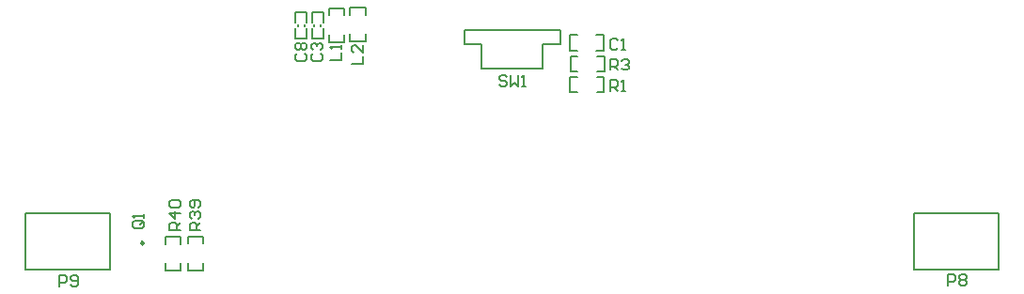
<source format=gto>
G04 Layer_Color=65535*
%FSLAX44Y44*%
%MOMM*%
G71*
G01*
G75*
%ADD17C,0.2000*%
%ADD43C,0.2500*%
%ADD44C,0.1778*%
%ADD45C,0.1524*%
%ADD46C,0.1270*%
D17*
X232588Y206101D02*
Y208101D01*
X238588Y206101D02*
Y208101D01*
X253452Y206283D02*
Y208283D01*
X247452Y206283D02*
Y208283D01*
X14817Y-12700D02*
X63500D01*
X-12700D02*
X63500D01*
X-12700Y38100D02*
X63500D01*
X-12700Y-12700D02*
Y38100D01*
X63500Y-12700D02*
Y38100D01*
X814917Y-12700D02*
X863600D01*
X787400D02*
X863600D01*
X787400Y38100D02*
X863600D01*
X787400Y-12700D02*
Y38100D01*
X863600Y-12700D02*
Y38100D01*
X382604Y202833D02*
X468608D01*
Y190539D02*
Y202833D01*
X382604Y190539D02*
Y202808D01*
X453114Y190539D02*
X468608D01*
X398098Y168474D02*
Y190031D01*
X453114Y168474D02*
Y190031D01*
X382604Y190539D02*
X398098D01*
Y168474D02*
X453114D01*
D43*
X93790Y10910D02*
G03*
X93790Y10910I-1250J0D01*
G01*
D44*
X133643Y10446D02*
Y17046D01*
X147478D01*
Y10446D02*
Y17046D01*
Y-13426D02*
Y-6826D01*
X133643Y-13426D02*
X147478D01*
X133643D02*
Y-6826D01*
X113463Y10012D02*
Y16612D01*
X127297D01*
Y10012D02*
Y16612D01*
Y-13859D02*
Y-7260D01*
X113463Y-13859D02*
X127297D01*
X113463D02*
Y-7260D01*
X501636Y160926D02*
X508236D01*
Y147091D02*
Y160926D01*
X501636Y147091D02*
X508236D01*
X477765D02*
X484364D01*
X477765D02*
Y160926D01*
X484364D01*
X501535Y198440D02*
X508134D01*
Y184605D02*
Y198440D01*
X501535Y184605D02*
X508134D01*
X477663D02*
X484263D01*
X477663D02*
Y198440D01*
X484263D01*
X260747Y192347D02*
Y198946D01*
Y192347D02*
X274581D01*
Y198946D01*
Y216218D02*
Y222817D01*
X260747D02*
X274581D01*
X260747Y216218D02*
Y222817D01*
X293421Y216460D02*
Y223060D01*
X279586D02*
X293421D01*
X279586Y216460D02*
Y223060D01*
Y192589D02*
Y199188D01*
Y192589D02*
X293421D01*
Y199188D01*
X477985Y179507D02*
X484584D01*
X477985Y165673D02*
Y179507D01*
Y165673D02*
X484584D01*
X501856D02*
X508456D01*
Y179507D01*
X501856D02*
X508456D01*
D45*
X230588Y218851D02*
X240588D01*
X230588Y195351D02*
X240588Y195351D01*
X230588Y195351D02*
Y204601D01*
Y209601D02*
Y218851D01*
X240588Y195351D02*
Y204601D01*
Y209601D02*
Y218851D01*
X245452Y195533D02*
X255452D01*
X245452Y219033D02*
X255452Y219033D01*
Y209783D02*
Y219033D01*
Y195533D02*
Y204783D01*
X245452Y209783D02*
Y219033D01*
Y195533D02*
Y204783D01*
D46*
X127000Y23000D02*
X117003D01*
Y27998D01*
X118669Y29664D01*
X122002D01*
X123668Y27998D01*
Y23000D01*
Y26332D02*
X127000Y29664D01*
Y37995D02*
X117003D01*
X122002Y32997D01*
Y39661D01*
X118669Y42994D02*
X117003Y44660D01*
Y47992D01*
X118669Y49658D01*
X125334D01*
X127000Y47992D01*
Y44660D01*
X125334Y42994D01*
X118669D01*
X145000Y23000D02*
X135003D01*
Y27998D01*
X136669Y29664D01*
X140002D01*
X141668Y27998D01*
Y23000D01*
Y26332D02*
X145000Y29664D01*
X136669Y32997D02*
X135003Y34663D01*
Y37995D01*
X136669Y39661D01*
X138336D01*
X140002Y37995D01*
Y36329D01*
Y37995D01*
X141668Y39661D01*
X143334D01*
X145000Y37995D01*
Y34663D01*
X143334Y32997D01*
Y42994D02*
X145000Y44660D01*
Y47992D01*
X143334Y49658D01*
X136669D01*
X135003Y47992D01*
Y44660D01*
X136669Y42994D01*
X138336D01*
X140002Y44660D01*
Y49658D01*
X18000Y-28000D02*
Y-18003D01*
X22998D01*
X24664Y-19669D01*
Y-23002D01*
X22998Y-24668D01*
X18000D01*
X27997Y-26334D02*
X29663Y-28000D01*
X32995D01*
X34661Y-26334D01*
Y-19669D01*
X32995Y-18003D01*
X29663D01*
X27997Y-19669D01*
Y-21335D01*
X29663Y-23002D01*
X34661D01*
X818000Y-27000D02*
Y-17003D01*
X822998D01*
X824665Y-18669D01*
Y-22002D01*
X822998Y-23668D01*
X818000D01*
X827997Y-18669D02*
X829663Y-17003D01*
X832995D01*
X834661Y-18669D01*
Y-20336D01*
X832995Y-22002D01*
X834661Y-23668D01*
Y-25334D01*
X832995Y-27000D01*
X829663D01*
X827997Y-25334D01*
Y-23668D01*
X829663Y-22002D01*
X827997Y-20336D01*
Y-18669D01*
X829663Y-22002D02*
X832995D01*
X280949Y172391D02*
X290946D01*
Y179056D01*
Y189053D02*
Y182388D01*
X284281Y189053D01*
X282615D01*
X280949Y187386D01*
Y184054D01*
X282615Y182388D01*
X261674Y175936D02*
X271670D01*
Y182601D01*
Y185933D02*
Y189265D01*
Y187599D01*
X261674D01*
X263340Y185933D01*
X231903Y181512D02*
X230237Y179846D01*
Y176513D01*
X231903Y174847D01*
X238568D01*
X240234Y176513D01*
Y179846D01*
X238568Y181512D01*
X231903Y184844D02*
X230237Y186510D01*
Y189842D01*
X231903Y191509D01*
X233569D01*
X235235Y189842D01*
X236901Y191509D01*
X238568D01*
X240234Y189842D01*
Y186510D01*
X238568Y184844D01*
X236901D01*
X235235Y186510D01*
X233569Y184844D01*
X231903D01*
X235235Y186510D02*
Y189842D01*
X246280Y181493D02*
X244614Y179827D01*
Y176494D01*
X246280Y174828D01*
X252945D01*
X254611Y176494D01*
Y179827D01*
X252945Y181493D01*
X246280Y184825D02*
X244614Y186491D01*
Y189823D01*
X246280Y191490D01*
X247946D01*
X249613Y189823D01*
Y188157D01*
Y189823D01*
X251279Y191490D01*
X252945D01*
X254611Y189823D01*
Y186491D01*
X252945Y184825D01*
X514000Y148000D02*
Y157997D01*
X518998D01*
X520664Y156331D01*
Y152998D01*
X518998Y151332D01*
X514000D01*
X517332D02*
X520664Y148000D01*
X523997D02*
X527329D01*
X525663D01*
Y157997D01*
X523997Y156331D01*
X520664Y193331D02*
X518998Y194997D01*
X515666D01*
X514000Y193331D01*
Y186666D01*
X515666Y185000D01*
X518998D01*
X520664Y186666D01*
X523997Y185000D02*
X527329D01*
X525663D01*
Y194997D01*
X523997Y193331D01*
X92334Y30665D02*
X85669D01*
X84003Y28998D01*
Y25666D01*
X85669Y24000D01*
X92334D01*
X94000Y25666D01*
Y28998D01*
X90668Y27332D02*
X94000Y30665D01*
Y28998D02*
X92334Y30665D01*
X94000Y33997D02*
Y37329D01*
Y35663D01*
X84003D01*
X85669Y33997D01*
X514000Y167000D02*
Y176997D01*
X518998D01*
X520664Y175331D01*
Y171998D01*
X518998Y170332D01*
X514000D01*
X517332D02*
X520664Y167000D01*
X523997Y175331D02*
X525663Y176997D01*
X528995D01*
X530661Y175331D01*
Y173664D01*
X528995Y171998D01*
X527329D01*
X528995D01*
X530661Y170332D01*
Y168666D01*
X528995Y167000D01*
X525663D01*
X523997Y168666D01*
X420664Y160331D02*
X418998Y161997D01*
X415666D01*
X414000Y160331D01*
Y158665D01*
X415666Y156998D01*
X418998D01*
X420664Y155332D01*
Y153666D01*
X418998Y152000D01*
X415666D01*
X414000Y153666D01*
X423997Y161997D02*
Y152000D01*
X427329Y155332D01*
X430661Y152000D01*
Y161997D01*
X433994Y152000D02*
X437326D01*
X435660D01*
Y161997D01*
X433994Y160331D01*
M02*

</source>
